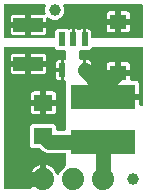
<source format=gbr>
G04 EAGLE Gerber RS-274X export*
G75*
%MOMM*%
%FSLAX34Y34*%
%LPD*%
%INTop Copper*%
%IPPOS*%
%AMOC8*
5,1,8,0,0,1.08239X$1,22.5*%
G01*
%ADD10C,1.879600*%
%ADD11R,0.550000X1.200000*%
%ADD12R,1.470000X1.270000*%
%ADD13R,1.600000X1.400000*%
%ADD14R,2.500000X1.200000*%
%ADD15R,5.500000X2.150000*%
%ADD16C,1.000000*%
%ADD17C,1.270000*%
%ADD18C,1.270000*%
%ADD19C,1.524000*%

G36*
X26981Y4324D02*
X26981Y4324D01*
X27021Y4321D01*
X27138Y4344D01*
X27257Y4359D01*
X27294Y4373D01*
X27333Y4381D01*
X27441Y4432D01*
X27552Y4476D01*
X27585Y4499D01*
X27621Y4516D01*
X27713Y4592D01*
X27810Y4662D01*
X27835Y4693D01*
X27866Y4719D01*
X27936Y4815D01*
X28013Y4907D01*
X28030Y4944D01*
X28053Y4976D01*
X28097Y5087D01*
X28148Y5195D01*
X28156Y5234D01*
X28170Y5271D01*
X28185Y5390D01*
X28208Y5507D01*
X28205Y5547D01*
X28210Y5587D01*
X28196Y5706D01*
X28188Y5825D01*
X28176Y5863D01*
X28171Y5902D01*
X28127Y6014D01*
X28090Y6127D01*
X28069Y6161D01*
X28054Y6198D01*
X27968Y6334D01*
X27889Y6443D01*
X27036Y8117D01*
X26455Y9904D01*
X26415Y10161D01*
X36830Y10161D01*
X36948Y10176D01*
X37067Y10183D01*
X37105Y10196D01*
X37145Y10201D01*
X37256Y10244D01*
X37369Y10281D01*
X37403Y10303D01*
X37441Y10318D01*
X37537Y10388D01*
X37638Y10451D01*
X37666Y10481D01*
X37698Y10504D01*
X37774Y10596D01*
X37856Y10683D01*
X37875Y10718D01*
X37901Y10749D01*
X37952Y10857D01*
X38009Y10961D01*
X38020Y11001D01*
X38037Y11037D01*
X38059Y11154D01*
X38089Y11269D01*
X38093Y11330D01*
X38097Y11350D01*
X38095Y11370D01*
X38099Y11430D01*
X38099Y12701D01*
X39370Y12701D01*
X39488Y12716D01*
X39607Y12723D01*
X39645Y12736D01*
X39685Y12741D01*
X39796Y12785D01*
X39909Y12821D01*
X39944Y12843D01*
X39981Y12858D01*
X40077Y12928D01*
X40178Y12991D01*
X40206Y13021D01*
X40239Y13045D01*
X40314Y13136D01*
X40396Y13223D01*
X40416Y13258D01*
X40441Y13290D01*
X40492Y13397D01*
X40550Y13502D01*
X40560Y13541D01*
X40577Y13577D01*
X40599Y13694D01*
X40629Y13809D01*
X40633Y13870D01*
X40637Y13890D01*
X40635Y13910D01*
X40639Y13970D01*
X40639Y24385D01*
X40896Y24345D01*
X42683Y23764D01*
X44357Y22911D01*
X45878Y21806D01*
X47206Y20478D01*
X48311Y18957D01*
X49164Y17283D01*
X49315Y16818D01*
X49328Y16791D01*
X49335Y16762D01*
X49395Y16648D01*
X49450Y16530D01*
X49469Y16507D01*
X49483Y16481D01*
X49570Y16385D01*
X49653Y16285D01*
X49677Y16268D01*
X49697Y16246D01*
X49806Y16174D01*
X49910Y16098D01*
X49938Y16087D01*
X49963Y16071D01*
X50086Y16029D01*
X50206Y15981D01*
X50236Y15977D01*
X50264Y15968D01*
X50393Y15957D01*
X50521Y15941D01*
X50551Y15945D01*
X50581Y15942D01*
X50709Y15965D01*
X50837Y15981D01*
X50865Y15992D01*
X50894Y15997D01*
X51012Y16050D01*
X51133Y16098D01*
X51157Y16115D01*
X51184Y16127D01*
X51285Y16208D01*
X51390Y16284D01*
X51409Y16307D01*
X51433Y16326D01*
X51511Y16430D01*
X51593Y16529D01*
X51606Y16556D01*
X51624Y16580D01*
X51695Y16725D01*
X52948Y19750D01*
X56471Y23274D01*
X56529Y23310D01*
X56642Y23375D01*
X56663Y23395D01*
X56688Y23411D01*
X56777Y23506D01*
X56870Y23596D01*
X56886Y23621D01*
X56906Y23643D01*
X56969Y23756D01*
X57037Y23867D01*
X57045Y23895D01*
X57060Y23921D01*
X57092Y24047D01*
X57130Y24171D01*
X57132Y24201D01*
X57139Y24229D01*
X57149Y24390D01*
X57149Y33782D01*
X57134Y33900D01*
X57127Y34019D01*
X57114Y34057D01*
X57109Y34098D01*
X57066Y34208D01*
X57029Y34321D01*
X57007Y34356D01*
X56992Y34393D01*
X56922Y34489D01*
X56859Y34590D01*
X56829Y34618D01*
X56806Y34651D01*
X56714Y34727D01*
X56627Y34808D01*
X56592Y34828D01*
X56561Y34853D01*
X56453Y34904D01*
X56349Y34962D01*
X56309Y34972D01*
X56273Y34989D01*
X56156Y35011D01*
X56041Y35041D01*
X55980Y35045D01*
X55960Y35049D01*
X55940Y35047D01*
X55880Y35051D01*
X41280Y35051D01*
X37826Y36482D01*
X35229Y39080D01*
X35150Y39140D01*
X35078Y39208D01*
X35025Y39237D01*
X34977Y39274D01*
X34886Y39314D01*
X34800Y39362D01*
X34741Y39377D01*
X34686Y39401D01*
X34588Y39416D01*
X34492Y39441D01*
X34392Y39447D01*
X34371Y39451D01*
X34359Y39449D01*
X34331Y39451D01*
X28837Y39451D01*
X27051Y41237D01*
X27051Y57763D01*
X28837Y59549D01*
X47363Y59549D01*
X49149Y57763D01*
X49149Y55118D01*
X49164Y55000D01*
X49171Y54881D01*
X49184Y54843D01*
X49189Y54802D01*
X49232Y54692D01*
X49269Y54579D01*
X49291Y54544D01*
X49306Y54507D01*
X49375Y54411D01*
X49439Y54310D01*
X49469Y54282D01*
X49492Y54249D01*
X49584Y54173D01*
X49671Y54092D01*
X49706Y54072D01*
X49737Y54047D01*
X49845Y53996D01*
X49949Y53938D01*
X49989Y53928D01*
X50025Y53911D01*
X50142Y53889D01*
X50257Y53859D01*
X50317Y53855D01*
X50337Y53851D01*
X50358Y53853D01*
X50418Y53849D01*
X55880Y53849D01*
X55998Y53864D01*
X56117Y53871D01*
X56155Y53884D01*
X56196Y53889D01*
X56306Y53932D01*
X56419Y53969D01*
X56454Y53991D01*
X56491Y54006D01*
X56587Y54075D01*
X56688Y54139D01*
X56716Y54169D01*
X56749Y54192D01*
X56824Y54284D01*
X56906Y54371D01*
X56926Y54406D01*
X56951Y54437D01*
X57002Y54545D01*
X57060Y54649D01*
X57070Y54689D01*
X57087Y54725D01*
X57109Y54842D01*
X57139Y54957D01*
X57143Y55017D01*
X57147Y55037D01*
X57145Y55058D01*
X57149Y55118D01*
X57149Y95299D01*
X57134Y95417D01*
X57127Y95536D01*
X57114Y95574D01*
X57109Y95615D01*
X57066Y95725D01*
X57029Y95838D01*
X57007Y95873D01*
X56992Y95910D01*
X56923Y96006D01*
X56859Y96107D01*
X56829Y96135D01*
X56806Y96168D01*
X56714Y96244D01*
X56627Y96325D01*
X56592Y96345D01*
X56561Y96370D01*
X56453Y96421D01*
X56349Y96479D01*
X56309Y96489D01*
X56273Y96506D01*
X56156Y96528D01*
X56041Y96558D01*
X55981Y96562D01*
X55961Y96566D01*
X55940Y96564D01*
X55880Y96568D01*
X55374Y96568D01*
X55374Y105004D01*
X55365Y105074D01*
X55368Y105114D01*
X55372Y105134D01*
X55370Y105154D01*
X55374Y105214D01*
X55374Y113650D01*
X55880Y113650D01*
X55998Y113665D01*
X56117Y113672D01*
X56155Y113684D01*
X56196Y113690D01*
X56306Y113733D01*
X56419Y113770D01*
X56454Y113792D01*
X56491Y113807D01*
X56587Y113876D01*
X56688Y113940D01*
X56716Y113970D01*
X56749Y113993D01*
X56825Y114085D01*
X56906Y114172D01*
X56926Y114207D01*
X56951Y114238D01*
X57002Y114346D01*
X57060Y114450D01*
X57070Y114490D01*
X57087Y114526D01*
X57109Y114643D01*
X57139Y114758D01*
X57143Y114818D01*
X57147Y114838D01*
X57145Y114859D01*
X57149Y114919D01*
X57149Y120793D01*
X57134Y120911D01*
X57127Y121030D01*
X57114Y121068D01*
X57109Y121109D01*
X57066Y121219D01*
X57029Y121332D01*
X57007Y121367D01*
X56992Y121404D01*
X56923Y121500D01*
X56859Y121601D01*
X56829Y121629D01*
X56806Y121662D01*
X56714Y121738D01*
X56627Y121819D01*
X56592Y121839D01*
X56561Y121864D01*
X56453Y121915D01*
X56349Y121973D01*
X56309Y121983D01*
X56273Y122000D01*
X56156Y122022D01*
X56041Y122052D01*
X55981Y122056D01*
X55961Y122060D01*
X55940Y122058D01*
X55880Y122062D01*
X49987Y122062D01*
X47962Y124088D01*
X47884Y124148D01*
X47812Y124216D01*
X47759Y124245D01*
X47711Y124282D01*
X47620Y124322D01*
X47533Y124370D01*
X47475Y124385D01*
X47419Y124409D01*
X47321Y124424D01*
X47225Y124449D01*
X47125Y124455D01*
X47105Y124459D01*
X47092Y124457D01*
X47064Y124459D01*
X5588Y124459D01*
X5470Y124444D01*
X5351Y124437D01*
X5313Y124424D01*
X5272Y124419D01*
X5162Y124376D01*
X5049Y124339D01*
X5014Y124317D01*
X4977Y124302D01*
X4881Y124233D01*
X4780Y124169D01*
X4752Y124139D01*
X4719Y124116D01*
X4643Y124024D01*
X4562Y123937D01*
X4542Y123902D01*
X4517Y123871D01*
X4466Y123763D01*
X4408Y123659D01*
X4398Y123619D01*
X4381Y123583D01*
X4359Y123466D01*
X4329Y123351D01*
X4325Y123291D01*
X4321Y123271D01*
X4323Y123250D01*
X4319Y123190D01*
X4319Y5588D01*
X4334Y5470D01*
X4341Y5351D01*
X4354Y5313D01*
X4359Y5272D01*
X4402Y5162D01*
X4439Y5049D01*
X4461Y5014D01*
X4476Y4977D01*
X4545Y4881D01*
X4609Y4780D01*
X4639Y4752D01*
X4662Y4719D01*
X4754Y4643D01*
X4841Y4562D01*
X4876Y4542D01*
X4907Y4517D01*
X5015Y4466D01*
X5119Y4408D01*
X5159Y4398D01*
X5195Y4381D01*
X5312Y4359D01*
X5427Y4329D01*
X5487Y4325D01*
X5507Y4321D01*
X5528Y4323D01*
X5588Y4319D01*
X26941Y4319D01*
X26981Y4324D01*
G37*
G36*
X47050Y132096D02*
X47050Y132096D01*
X47169Y132103D01*
X47207Y132116D01*
X47248Y132121D01*
X47358Y132164D01*
X47471Y132201D01*
X47506Y132223D01*
X47543Y132238D01*
X47639Y132308D01*
X47740Y132371D01*
X47768Y132401D01*
X47801Y132424D01*
X47877Y132516D01*
X47958Y132603D01*
X47978Y132638D01*
X48003Y132669D01*
X48054Y132777D01*
X48112Y132881D01*
X48122Y132921D01*
X48139Y132957D01*
X48161Y133074D01*
X48191Y133189D01*
X48195Y133250D01*
X48199Y133270D01*
X48197Y133290D01*
X48201Y133350D01*
X48201Y138374D01*
X49987Y140160D01*
X58013Y140160D01*
X58403Y139770D01*
X58487Y139705D01*
X58564Y139633D01*
X58612Y139608D01*
X58654Y139575D01*
X58751Y139533D01*
X58844Y139483D01*
X58897Y139470D01*
X58946Y139448D01*
X59051Y139432D01*
X59153Y139406D01*
X59207Y139407D01*
X59260Y139398D01*
X59366Y139408D01*
X59471Y139409D01*
X59555Y139426D01*
X59577Y139428D01*
X59592Y139433D01*
X59629Y139441D01*
X60416Y139652D01*
X62126Y139652D01*
X62126Y133350D01*
X62141Y133232D01*
X62148Y133113D01*
X62160Y133075D01*
X62166Y133034D01*
X62209Y132924D01*
X62246Y132811D01*
X62268Y132776D01*
X62283Y132739D01*
X62352Y132643D01*
X62416Y132542D01*
X62446Y132514D01*
X62469Y132481D01*
X62561Y132406D01*
X62648Y132324D01*
X62683Y132304D01*
X62714Y132279D01*
X62822Y132228D01*
X62926Y132170D01*
X62966Y132160D01*
X63002Y132143D01*
X63119Y132121D01*
X63234Y132091D01*
X63294Y132087D01*
X63314Y132083D01*
X63335Y132085D01*
X63395Y132081D01*
X63605Y132081D01*
X63723Y132096D01*
X63842Y132103D01*
X63880Y132116D01*
X63921Y132121D01*
X64031Y132164D01*
X64144Y132201D01*
X64179Y132223D01*
X64216Y132238D01*
X64312Y132308D01*
X64413Y132371D01*
X64441Y132401D01*
X64474Y132424D01*
X64550Y132516D01*
X64631Y132603D01*
X64651Y132638D01*
X64676Y132669D01*
X64727Y132777D01*
X64785Y132881D01*
X64795Y132921D01*
X64812Y132957D01*
X64834Y133074D01*
X64864Y133189D01*
X64868Y133250D01*
X64872Y133270D01*
X64870Y133290D01*
X64874Y133350D01*
X64874Y139652D01*
X66584Y139652D01*
X67231Y139479D01*
X67615Y139256D01*
X67713Y139216D01*
X67806Y139166D01*
X67859Y139154D01*
X67909Y139133D01*
X68013Y139118D01*
X68116Y139094D01*
X68170Y139095D01*
X68223Y139087D01*
X68328Y139098D01*
X68434Y139100D01*
X68486Y139114D01*
X68539Y139120D01*
X68639Y139157D01*
X68740Y139185D01*
X68817Y139223D01*
X68838Y139231D01*
X68850Y139239D01*
X68885Y139256D01*
X69269Y139479D01*
X69916Y139652D01*
X71626Y139652D01*
X71626Y133350D01*
X71641Y133232D01*
X71648Y133113D01*
X71660Y133075D01*
X71666Y133034D01*
X71709Y132924D01*
X71746Y132811D01*
X71768Y132776D01*
X71783Y132739D01*
X71852Y132643D01*
X71916Y132542D01*
X71946Y132514D01*
X71969Y132481D01*
X72061Y132406D01*
X72148Y132324D01*
X72183Y132304D01*
X72214Y132279D01*
X72322Y132228D01*
X72426Y132170D01*
X72466Y132160D01*
X72502Y132143D01*
X72619Y132121D01*
X72734Y132091D01*
X72794Y132087D01*
X72814Y132083D01*
X72835Y132085D01*
X72895Y132081D01*
X73105Y132081D01*
X73223Y132096D01*
X73342Y132103D01*
X73380Y132116D01*
X73421Y132121D01*
X73531Y132164D01*
X73644Y132201D01*
X73679Y132223D01*
X73716Y132238D01*
X73812Y132308D01*
X73913Y132371D01*
X73941Y132401D01*
X73974Y132424D01*
X74050Y132516D01*
X74131Y132603D01*
X74151Y132638D01*
X74176Y132669D01*
X74227Y132777D01*
X74285Y132881D01*
X74295Y132921D01*
X74312Y132957D01*
X74334Y133074D01*
X74364Y133189D01*
X74368Y133250D01*
X74372Y133270D01*
X74370Y133290D01*
X74374Y133350D01*
X74374Y139652D01*
X76084Y139652D01*
X76731Y139479D01*
X77310Y139144D01*
X77783Y138671D01*
X78118Y138092D01*
X78291Y137445D01*
X78291Y133350D01*
X78306Y133232D01*
X78313Y133113D01*
X78326Y133075D01*
X78331Y133034D01*
X78374Y132924D01*
X78411Y132811D01*
X78433Y132776D01*
X78448Y132739D01*
X78517Y132643D01*
X78581Y132542D01*
X78611Y132514D01*
X78634Y132481D01*
X78726Y132406D01*
X78813Y132324D01*
X78848Y132304D01*
X78879Y132279D01*
X78987Y132228D01*
X79091Y132170D01*
X79131Y132160D01*
X79167Y132143D01*
X79284Y132121D01*
X79399Y132091D01*
X79459Y132087D01*
X79479Y132083D01*
X79500Y132085D01*
X79560Y132081D01*
X121412Y132081D01*
X121530Y132096D01*
X121649Y132103D01*
X121687Y132116D01*
X121728Y132121D01*
X121838Y132164D01*
X121951Y132201D01*
X121986Y132223D01*
X122023Y132238D01*
X122119Y132308D01*
X122220Y132371D01*
X122248Y132401D01*
X122281Y132424D01*
X122357Y132516D01*
X122438Y132603D01*
X122458Y132638D01*
X122483Y132669D01*
X122534Y132777D01*
X122592Y132881D01*
X122602Y132921D01*
X122619Y132957D01*
X122641Y133074D01*
X122671Y133189D01*
X122675Y133250D01*
X122679Y133270D01*
X122677Y133290D01*
X122681Y133350D01*
X122681Y159512D01*
X122666Y159630D01*
X122659Y159749D01*
X122646Y159787D01*
X122641Y159828D01*
X122598Y159938D01*
X122561Y160051D01*
X122539Y160086D01*
X122524Y160123D01*
X122455Y160219D01*
X122391Y160320D01*
X122361Y160348D01*
X122338Y160381D01*
X122246Y160457D01*
X122159Y160538D01*
X122124Y160558D01*
X122093Y160583D01*
X121985Y160634D01*
X121881Y160692D01*
X121841Y160702D01*
X121805Y160719D01*
X121688Y160741D01*
X121573Y160771D01*
X121513Y160775D01*
X121493Y160779D01*
X121472Y160777D01*
X121412Y160781D01*
X56260Y160781D01*
X56210Y160775D01*
X56161Y160777D01*
X56053Y160755D01*
X55944Y160741D01*
X55898Y160723D01*
X55849Y160713D01*
X55750Y160665D01*
X55648Y160624D01*
X55608Y160595D01*
X55563Y160573D01*
X55480Y160502D01*
X55391Y160438D01*
X55359Y160399D01*
X55321Y160367D01*
X55258Y160277D01*
X55188Y160193D01*
X55167Y160148D01*
X55138Y160107D01*
X55099Y160004D01*
X55053Y159905D01*
X55043Y159856D01*
X55026Y159810D01*
X55013Y159700D01*
X54993Y159593D01*
X54996Y159543D01*
X54990Y159494D01*
X55006Y159385D01*
X55013Y159275D01*
X55028Y159228D01*
X55035Y159179D01*
X55087Y159026D01*
X55801Y157303D01*
X55801Y154101D01*
X54575Y151143D01*
X52311Y148879D01*
X49353Y147653D01*
X46151Y147653D01*
X43193Y148879D01*
X42607Y149464D01*
X42498Y149549D01*
X42391Y149638D01*
X42372Y149646D01*
X42356Y149659D01*
X42228Y149714D01*
X42103Y149773D01*
X42083Y149777D01*
X42064Y149785D01*
X41926Y149807D01*
X41790Y149833D01*
X41770Y149832D01*
X41750Y149835D01*
X41611Y149822D01*
X41473Y149813D01*
X41454Y149807D01*
X41434Y149805D01*
X41303Y149758D01*
X41171Y149715D01*
X41153Y149704D01*
X41134Y149698D01*
X41020Y149620D01*
X40902Y149545D01*
X40888Y149530D01*
X40871Y149519D01*
X40779Y149415D01*
X40684Y149314D01*
X40674Y149296D01*
X40661Y149281D01*
X40598Y149157D01*
X40530Y149035D01*
X40525Y149015D01*
X40516Y148997D01*
X40486Y148861D01*
X40451Y148727D01*
X40449Y148699D01*
X40446Y148687D01*
X40447Y148667D01*
X40441Y148566D01*
X40441Y146039D01*
X27939Y146039D01*
X27939Y152041D01*
X38235Y152041D01*
X38360Y152007D01*
X38416Y151999D01*
X38470Y151983D01*
X38573Y151978D01*
X38676Y151964D01*
X38732Y151970D01*
X38788Y151968D01*
X38889Y151988D01*
X38991Y152000D01*
X39044Y152020D01*
X39099Y152032D01*
X39192Y152077D01*
X39288Y152114D01*
X39334Y152147D01*
X39385Y152172D01*
X39464Y152239D01*
X39548Y152298D01*
X39584Y152341D01*
X39627Y152378D01*
X39687Y152462D01*
X39753Y152541D01*
X39778Y152592D01*
X39810Y152638D01*
X39847Y152735D01*
X39892Y152827D01*
X39903Y152883D01*
X39923Y152935D01*
X39934Y153038D01*
X39955Y153139D01*
X39952Y153195D01*
X39958Y153251D01*
X39944Y153354D01*
X39938Y153457D01*
X39922Y153510D01*
X39914Y153566D01*
X39862Y153719D01*
X39703Y154101D01*
X39703Y157303D01*
X40417Y159026D01*
X40430Y159074D01*
X40451Y159119D01*
X40472Y159227D01*
X40501Y159333D01*
X40502Y159383D01*
X40511Y159432D01*
X40504Y159541D01*
X40506Y159651D01*
X40494Y159699D01*
X40491Y159749D01*
X40458Y159853D01*
X40432Y159960D01*
X40409Y160004D01*
X40393Y160051D01*
X40335Y160144D01*
X40283Y160241D01*
X40250Y160278D01*
X40223Y160320D01*
X40143Y160395D01*
X40069Y160477D01*
X40028Y160504D01*
X39992Y160538D01*
X39895Y160591D01*
X39804Y160651D01*
X39757Y160668D01*
X39713Y160692D01*
X39607Y160719D01*
X39503Y160755D01*
X39453Y160759D01*
X39405Y160771D01*
X39244Y160781D01*
X5588Y160781D01*
X5470Y160766D01*
X5351Y160759D01*
X5313Y160746D01*
X5272Y160741D01*
X5162Y160698D01*
X5049Y160661D01*
X5014Y160639D01*
X4977Y160624D01*
X4881Y160555D01*
X4780Y160491D01*
X4752Y160461D01*
X4719Y160438D01*
X4643Y160346D01*
X4562Y160259D01*
X4542Y160224D01*
X4517Y160193D01*
X4466Y160085D01*
X4408Y159981D01*
X4398Y159941D01*
X4381Y159905D01*
X4359Y159788D01*
X4329Y159673D01*
X4325Y159613D01*
X4321Y159593D01*
X4323Y159572D01*
X4319Y159512D01*
X4319Y133350D01*
X4334Y133232D01*
X4341Y133113D01*
X4354Y133075D01*
X4359Y133034D01*
X4402Y132924D01*
X4439Y132811D01*
X4461Y132776D01*
X4476Y132739D01*
X4545Y132643D01*
X4609Y132542D01*
X4639Y132514D01*
X4662Y132481D01*
X4754Y132406D01*
X4841Y132324D01*
X4876Y132304D01*
X4907Y132279D01*
X5015Y132228D01*
X5119Y132170D01*
X5159Y132160D01*
X5195Y132143D01*
X5312Y132121D01*
X5427Y132091D01*
X5487Y132087D01*
X5507Y132083D01*
X5528Y132085D01*
X5588Y132081D01*
X46932Y132081D01*
X47050Y132096D01*
G37*
G36*
X121530Y74946D02*
X121530Y74946D01*
X121649Y74953D01*
X121687Y74966D01*
X121728Y74971D01*
X121838Y75014D01*
X121951Y75051D01*
X121986Y75073D01*
X122023Y75088D01*
X122119Y75158D01*
X122220Y75221D01*
X122248Y75251D01*
X122281Y75274D01*
X122357Y75366D01*
X122438Y75453D01*
X122458Y75488D01*
X122483Y75519D01*
X122534Y75627D01*
X122592Y75731D01*
X122602Y75771D01*
X122619Y75807D01*
X122641Y75924D01*
X122671Y76039D01*
X122675Y76100D01*
X122679Y76120D01*
X122677Y76140D01*
X122681Y76200D01*
X122681Y123190D01*
X122666Y123308D01*
X122659Y123427D01*
X122646Y123465D01*
X122641Y123506D01*
X122598Y123616D01*
X122561Y123729D01*
X122539Y123764D01*
X122524Y123801D01*
X122455Y123897D01*
X122391Y123998D01*
X122361Y124026D01*
X122338Y124059D01*
X122246Y124135D01*
X122159Y124216D01*
X122124Y124236D01*
X122093Y124261D01*
X121985Y124312D01*
X121881Y124370D01*
X121841Y124380D01*
X121805Y124397D01*
X121688Y124419D01*
X121573Y124449D01*
X121513Y124453D01*
X121493Y124457D01*
X121472Y124455D01*
X121412Y124459D01*
X79936Y124459D01*
X79837Y124447D01*
X79738Y124444D01*
X79680Y124427D01*
X79620Y124419D01*
X79528Y124383D01*
X79433Y124355D01*
X79381Y124325D01*
X79324Y124302D01*
X79244Y124244D01*
X79159Y124194D01*
X79084Y124128D01*
X79067Y124116D01*
X79059Y124106D01*
X79038Y124088D01*
X77013Y122062D01*
X69850Y122062D01*
X69732Y122047D01*
X69613Y122040D01*
X69575Y122027D01*
X69534Y122022D01*
X69424Y121979D01*
X69311Y121942D01*
X69276Y121920D01*
X69239Y121905D01*
X69143Y121836D01*
X69042Y121772D01*
X69014Y121742D01*
X68981Y121719D01*
X68906Y121627D01*
X68824Y121540D01*
X68804Y121505D01*
X68779Y121474D01*
X68728Y121366D01*
X68670Y121262D01*
X68660Y121222D01*
X68643Y121186D01*
X68621Y121069D01*
X68591Y120954D01*
X68587Y120894D01*
X68583Y120874D01*
X68585Y120853D01*
X68581Y120793D01*
X68581Y114919D01*
X68596Y114801D01*
X68603Y114682D01*
X68616Y114644D01*
X68621Y114603D01*
X68664Y114493D01*
X68701Y114380D01*
X68723Y114345D01*
X68738Y114308D01*
X68808Y114212D01*
X68871Y114111D01*
X68901Y114083D01*
X68924Y114050D01*
X69016Y113974D01*
X69103Y113893D01*
X69138Y113873D01*
X69169Y113848D01*
X69277Y113797D01*
X69381Y113739D01*
X69421Y113729D01*
X69457Y113712D01*
X69574Y113690D01*
X69689Y113660D01*
X69750Y113656D01*
X69770Y113652D01*
X69790Y113654D01*
X69850Y113650D01*
X71626Y113650D01*
X71626Y105214D01*
X71641Y105096D01*
X71648Y104977D01*
X71660Y104939D01*
X71666Y104899D01*
X71709Y104788D01*
X71746Y104675D01*
X71768Y104641D01*
X71783Y104603D01*
X71852Y104507D01*
X71916Y104406D01*
X71946Y104378D01*
X71969Y104346D01*
X72061Y104270D01*
X72107Y104227D01*
X72126Y104196D01*
X72156Y104168D01*
X72180Y104135D01*
X72271Y104059D01*
X72358Y103978D01*
X72393Y103958D01*
X72425Y103933D01*
X72532Y103882D01*
X72637Y103824D01*
X72676Y103814D01*
X72712Y103797D01*
X72829Y103775D01*
X72945Y103745D01*
X73005Y103741D01*
X73025Y103737D01*
X73045Y103739D01*
X73105Y103735D01*
X78291Y103735D01*
X78291Y98775D01*
X78118Y98128D01*
X77983Y97895D01*
X77931Y97773D01*
X77875Y97653D01*
X77870Y97626D01*
X77859Y97602D01*
X77840Y97470D01*
X77815Y97340D01*
X77817Y97314D01*
X77813Y97287D01*
X77827Y97155D01*
X77835Y97023D01*
X77843Y96997D01*
X77846Y96971D01*
X77892Y96846D01*
X77933Y96721D01*
X77947Y96698D01*
X77957Y96672D01*
X78032Y96564D01*
X78103Y96452D01*
X78123Y96433D01*
X78138Y96411D01*
X78238Y96325D01*
X78335Y96234D01*
X78358Y96221D01*
X78379Y96203D01*
X78497Y96144D01*
X78613Y96080D01*
X78639Y96074D01*
X78663Y96062D01*
X78793Y96034D01*
X78921Y96001D01*
X78959Y95999D01*
X78974Y95995D01*
X78996Y95996D01*
X79082Y95991D01*
X86361Y95991D01*
X86361Y83970D01*
X86376Y83852D01*
X86383Y83733D01*
X86396Y83695D01*
X86401Y83655D01*
X86444Y83544D01*
X86481Y83431D01*
X86503Y83396D01*
X86518Y83359D01*
X86588Y83263D01*
X86651Y83162D01*
X86681Y83134D01*
X86705Y83102D01*
X86796Y83026D01*
X86883Y82944D01*
X86918Y82925D01*
X86949Y82899D01*
X87057Y82848D01*
X87161Y82791D01*
X87201Y82780D01*
X87237Y82763D01*
X87354Y82741D01*
X87469Y82711D01*
X87530Y82707D01*
X87550Y82703D01*
X87570Y82705D01*
X87630Y82701D01*
X88901Y82701D01*
X88901Y81430D01*
X88916Y81312D01*
X88923Y81193D01*
X88936Y81155D01*
X88941Y81115D01*
X88985Y81004D01*
X89021Y80891D01*
X89043Y80856D01*
X89058Y80819D01*
X89128Y80723D01*
X89191Y80622D01*
X89221Y80594D01*
X89245Y80561D01*
X89336Y80486D01*
X89423Y80404D01*
X89458Y80384D01*
X89490Y80359D01*
X89597Y80308D01*
X89701Y80250D01*
X89741Y80240D01*
X89777Y80223D01*
X89894Y80201D01*
X90009Y80171D01*
X90070Y80167D01*
X90090Y80163D01*
X90110Y80165D01*
X90170Y80161D01*
X118941Y80161D01*
X118941Y76200D01*
X118956Y76082D01*
X118963Y75963D01*
X118976Y75925D01*
X118981Y75884D01*
X119024Y75774D01*
X119061Y75661D01*
X119083Y75626D01*
X119098Y75589D01*
X119167Y75493D01*
X119231Y75392D01*
X119261Y75364D01*
X119284Y75331D01*
X119376Y75256D01*
X119463Y75174D01*
X119498Y75154D01*
X119529Y75129D01*
X119637Y75078D01*
X119741Y75020D01*
X119781Y75010D01*
X119817Y74993D01*
X119934Y74971D01*
X120049Y74941D01*
X120109Y74937D01*
X120129Y74933D01*
X120150Y74935D01*
X120210Y74931D01*
X121412Y74931D01*
X121530Y74946D01*
G37*
%LPC*%
G36*
X91439Y85239D02*
X91439Y85239D01*
X91439Y96484D01*
X91466Y96513D01*
X91486Y96548D01*
X91511Y96579D01*
X91562Y96687D01*
X91620Y96791D01*
X91630Y96831D01*
X91647Y96867D01*
X91669Y96984D01*
X91699Y97099D01*
X91703Y97159D01*
X91707Y97179D01*
X91705Y97200D01*
X91709Y97260D01*
X91709Y100421D01*
X100330Y100421D01*
X100448Y100436D01*
X100567Y100443D01*
X100605Y100456D01*
X100645Y100461D01*
X100756Y100504D01*
X100869Y100541D01*
X100904Y100563D01*
X100941Y100578D01*
X101037Y100648D01*
X101138Y100711D01*
X101166Y100741D01*
X101198Y100765D01*
X101274Y100856D01*
X101356Y100943D01*
X101375Y100978D01*
X101401Y101009D01*
X101452Y101117D01*
X101509Y101221D01*
X101520Y101261D01*
X101537Y101297D01*
X101559Y101414D01*
X101589Y101529D01*
X101593Y101590D01*
X101597Y101610D01*
X101595Y101630D01*
X101599Y101690D01*
X101599Y102961D01*
X101601Y102961D01*
X101601Y101690D01*
X101616Y101572D01*
X101623Y101453D01*
X101636Y101415D01*
X101641Y101375D01*
X101685Y101264D01*
X101721Y101151D01*
X101743Y101116D01*
X101758Y101079D01*
X101828Y100983D01*
X101891Y100882D01*
X101921Y100854D01*
X101945Y100821D01*
X102036Y100746D01*
X102123Y100664D01*
X102158Y100644D01*
X102190Y100619D01*
X102297Y100568D01*
X102401Y100510D01*
X102441Y100500D01*
X102477Y100483D01*
X102594Y100461D01*
X102709Y100431D01*
X102770Y100427D01*
X102790Y100423D01*
X102810Y100425D01*
X102870Y100421D01*
X111491Y100421D01*
X111491Y97260D01*
X111506Y97142D01*
X111513Y97023D01*
X111525Y96985D01*
X111531Y96944D01*
X111574Y96834D01*
X111611Y96721D01*
X111633Y96686D01*
X111648Y96649D01*
X111717Y96553D01*
X111781Y96452D01*
X111811Y96424D01*
X111834Y96391D01*
X111926Y96315D01*
X112013Y96234D01*
X112048Y96214D01*
X112079Y96189D01*
X112187Y96138D01*
X112291Y96080D01*
X112331Y96070D01*
X112367Y96053D01*
X112484Y96031D01*
X112599Y96001D01*
X112659Y95997D01*
X112679Y95993D01*
X112700Y95995D01*
X112760Y95991D01*
X116734Y95991D01*
X117381Y95818D01*
X117960Y95483D01*
X118433Y95010D01*
X118768Y94431D01*
X118941Y93784D01*
X118941Y85239D01*
X91439Y85239D01*
G37*
%LPD*%
%LPC*%
G36*
X27939Y113039D02*
X27939Y113039D01*
X27939Y119041D01*
X38234Y119041D01*
X38881Y118868D01*
X39460Y118533D01*
X39933Y118060D01*
X40268Y117481D01*
X40441Y116834D01*
X40441Y113039D01*
X27939Y113039D01*
G37*
%LPD*%
%LPC*%
G36*
X10359Y146039D02*
X10359Y146039D01*
X10359Y149834D01*
X10532Y150481D01*
X10867Y151060D01*
X11340Y151533D01*
X11919Y151868D01*
X12566Y152041D01*
X22861Y152041D01*
X22861Y146039D01*
X10359Y146039D01*
G37*
%LPD*%
%LPC*%
G36*
X10359Y113039D02*
X10359Y113039D01*
X10359Y116834D01*
X10532Y117481D01*
X10867Y118060D01*
X11340Y118533D01*
X11919Y118868D01*
X12566Y119041D01*
X22861Y119041D01*
X22861Y113039D01*
X10359Y113039D01*
G37*
%LPD*%
%LPC*%
G36*
X27939Y134959D02*
X27939Y134959D01*
X27939Y140961D01*
X40441Y140961D01*
X40441Y137166D01*
X40268Y136519D01*
X39933Y135940D01*
X39460Y135467D01*
X38881Y135132D01*
X38234Y134959D01*
X27939Y134959D01*
G37*
%LPD*%
%LPC*%
G36*
X27939Y101959D02*
X27939Y101959D01*
X27939Y107961D01*
X40441Y107961D01*
X40441Y104166D01*
X40268Y103519D01*
X39933Y102940D01*
X39460Y102467D01*
X38881Y102132D01*
X38234Y101959D01*
X27939Y101959D01*
G37*
%LPD*%
%LPC*%
G36*
X12566Y134959D02*
X12566Y134959D01*
X11919Y135132D01*
X11340Y135467D01*
X10867Y135940D01*
X10532Y136519D01*
X10359Y137166D01*
X10359Y140961D01*
X22861Y140961D01*
X22861Y134959D01*
X12566Y134959D01*
G37*
%LPD*%
%LPC*%
G36*
X12566Y101959D02*
X12566Y101959D01*
X11919Y102132D01*
X11340Y102467D01*
X10867Y102940D01*
X10532Y103519D01*
X10359Y104166D01*
X10359Y107961D01*
X22861Y107961D01*
X22861Y101959D01*
X12566Y101959D01*
G37*
%LPD*%
%LPC*%
G36*
X26415Y15239D02*
X26415Y15239D01*
X26455Y15496D01*
X27036Y17283D01*
X27889Y18957D01*
X28994Y20478D01*
X30322Y21806D01*
X31843Y22911D01*
X33517Y23764D01*
X35304Y24345D01*
X35561Y24385D01*
X35561Y15239D01*
X26415Y15239D01*
G37*
%LPD*%
%LPC*%
G36*
X40639Y80039D02*
X40639Y80039D01*
X40639Y87041D01*
X46434Y87041D01*
X47081Y86868D01*
X47660Y86533D01*
X48133Y86060D01*
X48468Y85481D01*
X48641Y84834D01*
X48641Y80039D01*
X40639Y80039D01*
G37*
%LPD*%
%LPC*%
G36*
X27559Y80039D02*
X27559Y80039D01*
X27559Y84834D01*
X27732Y85481D01*
X28067Y86060D01*
X28540Y86533D01*
X29119Y86868D01*
X29766Y87041D01*
X35561Y87041D01*
X35561Y80039D01*
X27559Y80039D01*
G37*
%LPD*%
%LPC*%
G36*
X40639Y67959D02*
X40639Y67959D01*
X40639Y74961D01*
X48641Y74961D01*
X48641Y70166D01*
X48468Y69519D01*
X48133Y68940D01*
X47660Y68467D01*
X47081Y68132D01*
X46434Y67959D01*
X40639Y67959D01*
G37*
%LPD*%
%LPC*%
G36*
X29766Y67959D02*
X29766Y67959D01*
X29119Y68132D01*
X28540Y68467D01*
X28067Y68940D01*
X27732Y69519D01*
X27559Y70166D01*
X27559Y74961D01*
X35561Y74961D01*
X35561Y67959D01*
X29766Y67959D01*
G37*
%LPD*%
%LPC*%
G36*
X104139Y148499D02*
X104139Y148499D01*
X104139Y154851D01*
X109284Y154851D01*
X109931Y154678D01*
X110510Y154343D01*
X110983Y153870D01*
X111318Y153291D01*
X111491Y152644D01*
X111491Y148499D01*
X104139Y148499D01*
G37*
%LPD*%
%LPC*%
G36*
X104139Y105499D02*
X104139Y105499D01*
X104139Y111851D01*
X109284Y111851D01*
X109931Y111678D01*
X110510Y111343D01*
X110983Y110870D01*
X111318Y110291D01*
X111491Y109644D01*
X111491Y105499D01*
X104139Y105499D01*
G37*
%LPD*%
%LPC*%
G36*
X91709Y148499D02*
X91709Y148499D01*
X91709Y152644D01*
X91882Y153291D01*
X92217Y153870D01*
X92690Y154343D01*
X93269Y154678D01*
X93916Y154851D01*
X99061Y154851D01*
X99061Y148499D01*
X91709Y148499D01*
G37*
%LPD*%
%LPC*%
G36*
X91709Y105499D02*
X91709Y105499D01*
X91709Y109644D01*
X91882Y110291D01*
X92217Y110870D01*
X92690Y111343D01*
X93269Y111678D01*
X93916Y111851D01*
X99061Y111851D01*
X99061Y105499D01*
X91709Y105499D01*
G37*
%LPD*%
%LPC*%
G36*
X104139Y137069D02*
X104139Y137069D01*
X104139Y143421D01*
X111491Y143421D01*
X111491Y139276D01*
X111318Y138629D01*
X110983Y138050D01*
X110510Y137577D01*
X109931Y137242D01*
X109284Y137069D01*
X104139Y137069D01*
G37*
%LPD*%
%LPC*%
G36*
X93916Y137069D02*
X93916Y137069D01*
X93269Y137242D01*
X92690Y137577D01*
X92217Y138050D01*
X91882Y138629D01*
X91709Y139276D01*
X91709Y143421D01*
X99061Y143421D01*
X99061Y137069D01*
X93916Y137069D01*
G37*
%LPD*%
%LPC*%
G36*
X74374Y106483D02*
X74374Y106483D01*
X74374Y113650D01*
X76084Y113650D01*
X76731Y113477D01*
X77310Y113142D01*
X77783Y112669D01*
X78118Y112090D01*
X78291Y111443D01*
X78291Y106483D01*
X74374Y106483D01*
G37*
%LPD*%
%LPC*%
G36*
X48709Y106483D02*
X48709Y106483D01*
X48709Y111443D01*
X48882Y112090D01*
X49217Y112669D01*
X49690Y113142D01*
X50269Y113477D01*
X50916Y113650D01*
X52626Y113650D01*
X52626Y106483D01*
X48709Y106483D01*
G37*
%LPD*%
%LPC*%
G36*
X50916Y96568D02*
X50916Y96568D01*
X50269Y96741D01*
X49690Y97076D01*
X49217Y97549D01*
X48882Y98128D01*
X48709Y98775D01*
X48709Y103735D01*
X52626Y103735D01*
X52626Y96568D01*
X50916Y96568D01*
G37*
%LPD*%
%LPC*%
G36*
X101599Y145959D02*
X101599Y145959D01*
X101599Y145961D01*
X101601Y145961D01*
X101601Y145959D01*
X101599Y145959D01*
G37*
%LPD*%
%LPC*%
G36*
X25399Y143499D02*
X25399Y143499D01*
X25399Y143501D01*
X25401Y143501D01*
X25401Y143499D01*
X25399Y143499D01*
G37*
%LPD*%
%LPC*%
G36*
X25399Y110499D02*
X25399Y110499D01*
X25399Y110501D01*
X25401Y110501D01*
X25401Y110499D01*
X25399Y110499D01*
G37*
%LPD*%
%LPC*%
G36*
X38099Y77499D02*
X38099Y77499D01*
X38099Y77501D01*
X38101Y77501D01*
X38101Y77499D01*
X38099Y77499D01*
G37*
%LPD*%
D10*
X38100Y12700D03*
X63500Y12700D03*
X88900Y12700D03*
D11*
X73000Y131111D03*
X63500Y131111D03*
X54000Y131111D03*
X54000Y105109D03*
X73000Y105109D03*
D12*
X101600Y102960D03*
X101600Y145960D03*
D13*
X38100Y77500D03*
X38100Y49500D03*
D14*
X25400Y110500D03*
X25400Y143500D03*
D15*
X88900Y44300D03*
X88900Y82700D03*
D16*
X114300Y12700D03*
X47752Y155702D03*
D17*
X101600Y102960D02*
X88900Y90260D01*
X88900Y82700D01*
X88900Y89209D02*
X73000Y105109D01*
X88900Y89209D02*
X88900Y82700D01*
D18*
X63500Y147320D03*
D17*
X38100Y12700D02*
X25400Y12700D01*
X17780Y20320D01*
X17780Y68580D01*
X88900Y44300D02*
X88900Y12700D01*
D19*
X88900Y44300D02*
X88750Y44450D01*
D17*
X43150Y44450D01*
X38100Y49500D01*
M02*

</source>
